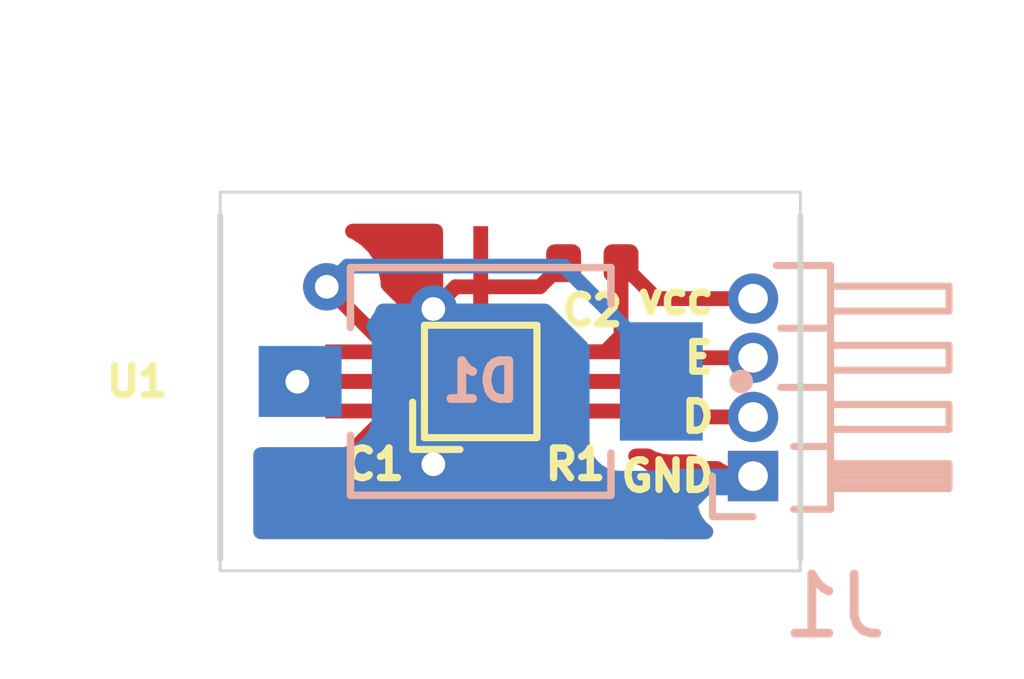
<source format=kicad_pcb>
(kicad_pcb (version 20171130) (host pcbnew "(5.1.0)-1")

  (general
    (thickness 1.6)
    (drawings 14)
    (tracks 40)
    (zones 0)
    (modules 6)
    (nets 9)
  )

  (page A4)
  (layers
    (0 F.Cu signal)
    (31 B.Cu signal)
    (32 B.Adhes user)
    (33 F.Adhes user)
    (34 B.Paste user)
    (35 F.Paste user)
    (36 B.SilkS user)
    (37 F.SilkS user)
    (38 B.Mask user)
    (39 F.Mask user)
    (40 Dwgs.User user)
    (41 Cmts.User user)
    (42 Eco1.User user)
    (43 Eco2.User user)
    (44 Edge.Cuts user)
    (45 Margin user)
    (46 B.CrtYd user)
    (47 F.CrtYd user)
    (48 B.Fab user)
    (49 F.Fab user)
  )

  (setup
    (last_trace_width 0.25)
    (user_trace_width 1)
    (trace_clearance 0.2)
    (zone_clearance 0.508)
    (zone_45_only no)
    (trace_min 0.2)
    (via_size 0.8)
    (via_drill 0.4)
    (via_min_size 0.4)
    (via_min_drill 0.3)
    (uvia_size 0.3)
    (uvia_drill 0.1)
    (uvias_allowed no)
    (uvia_min_size 0.2)
    (uvia_min_drill 0.1)
    (edge_width 0.05)
    (segment_width 0.2)
    (pcb_text_width 0.3)
    (pcb_text_size 1.5 1.5)
    (mod_edge_width 0.12)
    (mod_text_size 1 1)
    (mod_text_width 0.15)
    (pad_size 1.524 1.524)
    (pad_drill 0.762)
    (pad_to_mask_clearance 0.051)
    (solder_mask_min_width 0.25)
    (aux_axis_origin 0 0)
    (visible_elements 7FFFFFFF)
    (pcbplotparams
      (layerselection 0x010fc_ffffffff)
      (usegerberextensions false)
      (usegerberattributes false)
      (usegerberadvancedattributes false)
      (creategerberjobfile false)
      (excludeedgelayer true)
      (linewidth 0.100000)
      (plotframeref false)
      (viasonmask false)
      (mode 1)
      (useauxorigin false)
      (hpglpennumber 1)
      (hpglpenspeed 20)
      (hpglpendiameter 15.000000)
      (psnegative false)
      (psa4output false)
      (plotreference true)
      (plotvalue true)
      (plotinvisibletext false)
      (padsonsilk false)
      (subtractmaskfromsilk false)
      (outputformat 1)
      (mirror false)
      (drillshape 0)
      (scaleselection 1)
      (outputdirectory "GBRS/"))
  )

  (net 0 "")
  (net 1 GND)
  (net 2 "Net-(C1-Pad1)")
  (net 3 +3V3)
  (net 4 "Net-(D1-Pad2)")
  (net 5 "Net-(D1-Pad1)")
  (net 6 DAT)
  (net 7 ENV)
  (net 8 "Net-(R1-Pad1)")

  (net_class Default "This is the default net class."
    (clearance 0.2)
    (trace_width 0.25)
    (via_dia 0.8)
    (via_drill 0.4)
    (uvia_dia 0.3)
    (uvia_drill 0.1)
    (add_net +3V3)
    (add_net DAT)
    (add_net ENV)
    (add_net GND)
    (add_net "Net-(C1-Pad1)")
    (add_net "Net-(D1-Pad1)")
    (add_net "Net-(D1-Pad2)")
    (add_net "Net-(R1-Pad1)")
  )

  (module Connector_PinHeader_1.00mm:PinHeader_1x04_P1.00mm_Horizontal (layer B.Cu) (tedit 59FED737) (tstamp 5FCFAC72)
    (at 125.8 96.4)
    (descr "Through hole angled pin header, 1x04, 1.00mm pitch, 2.0mm pin length, single row")
    (tags "Through hole angled pin header THT 1x04 1.00mm single row")
    (path /5FCF6E99)
    (fp_text reference J1 (at 1.375 2.2) (layer B.SilkS)
      (effects (font (size 1 1) (thickness 0.15)) (justify mirror))
    )
    (fp_text value Conn_01x04_Female (at -5 -7.2) (layer B.Fab)
      (effects (font (size 1 1) (thickness 0.15)) (justify mirror))
    )
    (fp_text user %R (at 3.2 -5.6 -90) (layer B.Fab)
      (effects (font (size 0.6 0.6) (thickness 0.09)) (justify mirror))
    )
    (fp_line (start 3.75 1) (end -1 1) (layer B.CrtYd) (width 0.05))
    (fp_line (start 3.75 -4) (end 3.75 1) (layer B.CrtYd) (width 0.05))
    (fp_line (start -1 -4) (end 3.75 -4) (layer B.CrtYd) (width 0.05))
    (fp_line (start -1 1) (end -1 -4) (layer B.CrtYd) (width 0.05))
    (fp_line (start -0.685 0.685) (end 0 0.685) (layer B.SilkS) (width 0.12))
    (fp_line (start -0.685 0) (end -0.685 0.685) (layer B.SilkS) (width 0.12))
    (fp_line (start 3.31 -3.21) (end 1.31 -3.21) (layer B.SilkS) (width 0.12))
    (fp_line (start 3.31 -2.79) (end 3.31 -3.21) (layer B.SilkS) (width 0.12))
    (fp_line (start 1.31 -2.79) (end 3.31 -2.79) (layer B.SilkS) (width 0.12))
    (fp_line (start 0.468215 -2.5) (end 1.31 -2.5) (layer B.SilkS) (width 0.12))
    (fp_line (start 3.31 -2.21) (end 1.31 -2.21) (layer B.SilkS) (width 0.12))
    (fp_line (start 3.31 -1.79) (end 3.31 -2.21) (layer B.SilkS) (width 0.12))
    (fp_line (start 1.31 -1.79) (end 3.31 -1.79) (layer B.SilkS) (width 0.12))
    (fp_line (start 0.468215 -1.5) (end 1.31 -1.5) (layer B.SilkS) (width 0.12))
    (fp_line (start 3.31 -1.21) (end 1.31 -1.21) (layer B.SilkS) (width 0.12))
    (fp_line (start 3.31 -0.79) (end 3.31 -1.21) (layer B.SilkS) (width 0.12))
    (fp_line (start 1.31 -0.79) (end 3.31 -0.79) (layer B.SilkS) (width 0.12))
    (fp_line (start 0.685 -0.5) (end 1.31 -0.5) (layer B.SilkS) (width 0.12))
    (fp_line (start 1.31 -0.09) (end 3.31 -0.09) (layer B.SilkS) (width 0.12))
    (fp_line (start 1.31 0.03) (end 3.31 0.03) (layer B.SilkS) (width 0.12))
    (fp_line (start 1.31 0.15) (end 3.31 0.15) (layer B.SilkS) (width 0.12))
    (fp_line (start 3.31 -0.21) (end 1.31 -0.21) (layer B.SilkS) (width 0.12))
    (fp_line (start 3.31 0.21) (end 3.31 -0.21) (layer B.SilkS) (width 0.12))
    (fp_line (start 1.31 0.21) (end 3.31 0.21) (layer B.SilkS) (width 0.12))
    (fp_line (start 1.31 -3.56) (end 0.394493 -3.56) (layer B.SilkS) (width 0.12))
    (fp_line (start 1.31 0.56) (end 1.31 -3.56) (layer B.SilkS) (width 0.12))
    (fp_line (start 0.685 0.56) (end 1.31 0.56) (layer B.SilkS) (width 0.12))
    (fp_line (start 1.25 -3.15) (end 3.25 -3.15) (layer B.Fab) (width 0.1))
    (fp_line (start 3.25 -2.85) (end 3.25 -3.15) (layer B.Fab) (width 0.1))
    (fp_line (start 1.25 -2.85) (end 3.25 -2.85) (layer B.Fab) (width 0.1))
    (fp_line (start -0.15 -3.15) (end 0.25 -3.15) (layer B.Fab) (width 0.1))
    (fp_line (start -0.15 -2.85) (end -0.15 -3.15) (layer B.Fab) (width 0.1))
    (fp_line (start -0.15 -2.85) (end 0.25 -2.85) (layer B.Fab) (width 0.1))
    (fp_line (start 1.25 -2.15) (end 3.25 -2.15) (layer B.Fab) (width 0.1))
    (fp_line (start 3.25 -1.85) (end 3.25 -2.15) (layer B.Fab) (width 0.1))
    (fp_line (start 1.25 -1.85) (end 3.25 -1.85) (layer B.Fab) (width 0.1))
    (fp_line (start -0.15 -2.15) (end 0.25 -2.15) (layer B.Fab) (width 0.1))
    (fp_line (start -0.15 -1.85) (end -0.15 -2.15) (layer B.Fab) (width 0.1))
    (fp_line (start -0.15 -1.85) (end 0.25 -1.85) (layer B.Fab) (width 0.1))
    (fp_line (start 1.25 -1.15) (end 3.25 -1.15) (layer B.Fab) (width 0.1))
    (fp_line (start 3.25 -0.85) (end 3.25 -1.15) (layer B.Fab) (width 0.1))
    (fp_line (start 1.25 -0.85) (end 3.25 -0.85) (layer B.Fab) (width 0.1))
    (fp_line (start -0.15 -1.15) (end 0.25 -1.15) (layer B.Fab) (width 0.1))
    (fp_line (start -0.15 -0.85) (end -0.15 -1.15) (layer B.Fab) (width 0.1))
    (fp_line (start -0.15 -0.85) (end 0.25 -0.85) (layer B.Fab) (width 0.1))
    (fp_line (start 1.25 -0.15) (end 3.25 -0.15) (layer B.Fab) (width 0.1))
    (fp_line (start 3.25 0.15) (end 3.25 -0.15) (layer B.Fab) (width 0.1))
    (fp_line (start 1.25 0.15) (end 3.25 0.15) (layer B.Fab) (width 0.1))
    (fp_line (start -0.15 -0.15) (end 0.25 -0.15) (layer B.Fab) (width 0.1))
    (fp_line (start -0.15 0.15) (end -0.15 -0.15) (layer B.Fab) (width 0.1))
    (fp_line (start -0.15 0.15) (end 0.25 0.15) (layer B.Fab) (width 0.1))
    (fp_line (start 0.25 0.25) (end 0.5 0.5) (layer B.Fab) (width 0.1))
    (fp_line (start 0.25 -3.5) (end 0.25 0.25) (layer B.Fab) (width 0.1))
    (fp_line (start 1.25 -3.5) (end 0.25 -3.5) (layer B.Fab) (width 0.1))
    (fp_line (start 1.25 0.5) (end 1.25 -3.5) (layer B.Fab) (width 0.1))
    (fp_line (start 0.5 0.5) (end 1.25 0.5) (layer B.Fab) (width 0.1))
    (pad 4 thru_hole oval (at 0 -3) (size 0.85 0.85) (drill 0.5) (layers *.Cu *.Mask)
      (net 3 +3V3))
    (pad 3 thru_hole oval (at 0 -2) (size 0.85 0.85) (drill 0.5) (layers *.Cu *.Mask)
      (net 7 ENV))
    (pad 2 thru_hole oval (at 0 -1) (size 0.85 0.85) (drill 0.5) (layers *.Cu *.Mask)
      (net 6 DAT))
    (pad 1 thru_hole rect (at 0 0) (size 0.85 0.85) (drill 0.5) (layers *.Cu *.Mask)
      (net 1 GND))
    (model ${KISYS3DMOD}/Connector_PinHeader_1.00mm.3dshapes/PinHeader_1x04_P1.00mm_Horizontal.wrl
      (at (xyz 0 0 0))
      (scale (xyz 1 1 1))
      (rotate (xyz 0 0 0))
    )
  )

  (module chiclet:DIO_BP_104_S-Z (layer B.Cu) (tedit 5FCEFF7C) (tstamp 5FCFAB7F)
    (at 121.2 94.8)
    (path /5FCEF7BC)
    (fp_text reference D1 (at 0 0) (layer B.SilkS)
      (effects (font (size 0.64 0.64) (thickness 0.15)) (justify mirror))
    )
    (fp_text value "BP 104" (at 1.5896 -2.6936) (layer B.Fab)
      (effects (font (size 0.64 0.64) (thickness 0.015)) (justify mirror))
    )
    (fp_poly (pts (xy -3.8 0.65) (xy -2.3 0.65) (xy -2.3 -0.65) (xy -3.8 -0.65)) (layer B.Mask) (width 0.01))
    (fp_poly (pts (xy 2.3 1.05) (xy 3.8 1.05) (xy 3.8 -1.05) (xy 2.3 -1.05)) (layer B.Mask) (width 0.01))
    (fp_poly (pts (xy 2.4 0.95) (xy 3.7 0.95) (xy 3.7 -0.95) (xy 2.4 -0.95)) (layer B.Paste) (width 0.01))
    (fp_poly (pts (xy -3.7 0.55) (xy -2.4 0.55) (xy -2.4 -0.55) (xy -3.7 -0.55)) (layer B.Paste) (width 0.01))
    (fp_line (start -2.2 -1.925) (end -2.2 1.925) (layer B.Fab) (width 0.127))
    (fp_line (start -2.2 1.925) (end 2.2 1.925) (layer B.Fab) (width 0.127))
    (fp_line (start 2.2 1.925) (end 2.2 -1.925) (layer B.Fab) (width 0.127))
    (fp_line (start 2.2 -1.925) (end -2.2 -1.925) (layer B.Fab) (width 0.127))
    (fp_line (start -2.2 0.91) (end -2.2 1.925) (layer B.SilkS) (width 0.127))
    (fp_line (start -2.2 1.925) (end 2.2 1.925) (layer B.SilkS) (width 0.127))
    (fp_line (start 2.2 1.925) (end 2.2 1.21) (layer B.SilkS) (width 0.127))
    (fp_line (start -2.2 -0.91) (end -2.2 -1.925) (layer B.SilkS) (width 0.127))
    (fp_line (start -2.2 -1.925) (end 2.2 -1.925) (layer B.SilkS) (width 0.127))
    (fp_line (start 2.2 -1.925) (end 2.2 -1.31) (layer B.SilkS) (width 0.127))
    (fp_line (start -4.05 -2.175) (end -4.05 2.175) (layer B.CrtYd) (width 0.05))
    (fp_line (start -4.05 2.175) (end 4.05 2.175) (layer B.CrtYd) (width 0.05))
    (fp_line (start 4.05 2.175) (end 4.05 -2.175) (layer B.CrtYd) (width 0.05))
    (fp_line (start 4.05 -2.175) (end -4.05 -2.175) (layer B.CrtYd) (width 0.05))
    (fp_circle (center 4.4 0) (end 4.5 0) (layer B.SilkS) (width 0.2))
    (fp_circle (center 4.4 0) (end 4.5 0) (layer B.Fab) (width 0.2))
    (pad 2 smd rect (at -3.05 0) (size 1.4 1.2) (layers B.Cu)
      (net 4 "Net-(D1-Pad2)"))
    (pad 1 smd rect (at 3.05 0) (size 1.4 2) (layers B.Cu)
      (net 5 "Net-(D1-Pad1)"))
  )

  (module chiclet:TS4231 (layer F.Cu) (tedit 5FCEFEC8) (tstamp 5FCFA777)
    (at 121.2 94.8 90)
    (descr "BGA-9, http://www.ti.com/lit/ds/symlink/bq27421-g1.pdf")
    (tags BGA-9)
    (path /5FCF0853)
    (attr smd)
    (fp_text reference U1 (at 0 -5.8 180) (layer F.SilkS)
      (effects (font (size 0.5 0.5) (thickness 0.125)))
    )
    (fp_text value TS4231 (at 0 1.95 90) (layer F.Fab)
      (effects (font (size 1 1) (thickness 0.15)))
    )
    (fp_line (start 1.8 1.8) (end -1.8 1.8) (layer F.CrtYd) (width 0.05))
    (fp_line (start 1.8 1.8) (end 1.8 -1.8) (layer F.CrtYd) (width 0.05))
    (fp_line (start -1.8 -1.8) (end -1.8 1.8) (layer F.CrtYd) (width 0.05))
    (fp_line (start -1.8 -1.8) (end 1.8 -1.8) (layer F.CrtYd) (width 0.05))
    (fp_line (start -0.25 -0.8) (end 0.8 -0.8) (layer F.Fab) (width 0.1))
    (fp_line (start -0.8 -0.25) (end -0.25 -0.8) (layer F.Fab) (width 0.1))
    (fp_line (start -0.8 0.8) (end -0.8 -0.25) (layer F.Fab) (width 0.1))
    (fp_line (start 0.8 0.8) (end -0.8 0.8) (layer F.Fab) (width 0.1))
    (fp_line (start 0.8 -0.8) (end 0.8 0.8) (layer F.Fab) (width 0.1))
    (fp_line (start -1.15 -1.15) (end -0.35 -1.15) (layer F.SilkS) (width 0.12))
    (fp_line (start -1.15 -1.15) (end -1.15 -0.35) (layer F.SilkS) (width 0.12))
    (fp_line (start 0.95 -0.95) (end -0.95 -0.95) (layer F.SilkS) (width 0.12))
    (fp_line (start 0.95 0.95) (end 0.95 -0.95) (layer F.SilkS) (width 0.12))
    (fp_line (start -0.95 0.95) (end 0.95 0.95) (layer F.SilkS) (width 0.12))
    (fp_line (start -0.95 -0.95) (end -0.95 0.95) (layer F.SilkS) (width 0.12))
    (fp_text user %R (at 0 0 90) (layer F.Fab)
      (effects (font (size 0.4 0.4) (thickness 0.1)))
    )
    (pad A1 smd rect (at -0.5 -1.5 90) (size 0.25 2.25) (layers F.Cu F.Paste F.Mask)
      (net 2 "Net-(C1-Pad1)"))
    (pad B1 smd rect (at -1.5 0 90) (size 2.25 0.25) (layers F.Cu F.Paste F.Mask)
      (net 8 "Net-(R1-Pad1)"))
    (pad C1 smd rect (at -0.5 1.5 90) (size 0.25 2.25) (layers F.Cu F.Paste F.Mask)
      (net 6 DAT))
    (pad A2 smd rect (at 0 -1.5 90) (size 0.25 2.25) (layers F.Cu F.Paste F.Mask)
      (net 4 "Net-(D1-Pad2)"))
    (pad B2 smd rect (at 1.25 0 90) (size 2.75 0.25) (layers F.Cu F.Paste F.Mask)
      (net 1 GND))
    (pad C2 smd rect (at 0 1.5 90) (size 0.25 2.25) (layers F.Cu F.Paste F.Mask)
      (net 7 ENV))
    (pad A3 smd rect (at 0.5 -1.5 90) (size 0.25 2.25) (layers F.Cu F.Paste F.Mask)
      (net 5 "Net-(D1-Pad1)"))
    (pad C3 smd rect (at 0.5 1.5 90) (size 0.25 2.25) (layers F.Cu F.Paste F.Mask)
      (net 3 +3V3))
    (model ${KISYS3DMOD}/Package_BGA.3dshapes/BGA-9_1.6x1.6mm_Layout3x3_P0.5mm.wrl
      (at (xyz 0 0 0))
      (scale (xyz 1 1 1))
      (rotate (xyz 0 0 0))
    )
  )

  (module Resistor_SMD:R_0402_1005Metric (layer F.Cu) (tedit 5B301BBD) (tstamp 5FCFBE31)
    (at 122.884998 97)
    (descr "Resistor SMD 0402 (1005 Metric), square (rectangular) end terminal, IPC_7351 nominal, (Body size source: http://www.tortai-tech.com/upload/download/2011102023233369053.pdf), generated with kicad-footprint-generator")
    (tags resistor)
    (path /5FCF1F68)
    (attr smd)
    (fp_text reference R1 (at -0.084998 -0.8) (layer F.SilkS)
      (effects (font (size 0.5 0.5) (thickness 0.125)))
    )
    (fp_text value 15K (at 5.915002 1.8) (layer F.Fab)
      (effects (font (size 1 1) (thickness 0.15)))
    )
    (fp_text user %R (at -1.284998 0) (layer F.Fab)
      (effects (font (size 0.25 0.25) (thickness 0.04)))
    )
    (fp_line (start 0.93 0.47) (end -0.93 0.47) (layer F.CrtYd) (width 0.05))
    (fp_line (start 0.93 -0.47) (end 0.93 0.47) (layer F.CrtYd) (width 0.05))
    (fp_line (start -0.93 -0.47) (end 0.93 -0.47) (layer F.CrtYd) (width 0.05))
    (fp_line (start -0.93 0.47) (end -0.93 -0.47) (layer F.CrtYd) (width 0.05))
    (fp_line (start 0.5 0.25) (end -0.5 0.25) (layer F.Fab) (width 0.1))
    (fp_line (start 0.5 -0.25) (end 0.5 0.25) (layer F.Fab) (width 0.1))
    (fp_line (start -0.5 -0.25) (end 0.5 -0.25) (layer F.Fab) (width 0.1))
    (fp_line (start -0.5 0.25) (end -0.5 -0.25) (layer F.Fab) (width 0.1))
    (pad 2 smd roundrect (at 0.485 0) (size 0.59 0.64) (layers F.Cu F.Paste F.Mask) (roundrect_rratio 0.25)
      (net 1 GND))
    (pad 1 smd roundrect (at -0.485 0) (size 0.59 0.64) (layers F.Cu F.Paste F.Mask) (roundrect_rratio 0.25)
      (net 8 "Net-(R1-Pad1)"))
    (model ${KISYS3DMOD}/Resistor_SMD.3dshapes/R_0402_1005Metric.wrl
      (at (xyz 0 0 0))
      (scale (xyz 1 1 1))
      (rotate (xyz 0 0 0))
    )
  )

  (module Capacitor_SMD:C_0402_1005Metric (layer F.Cu) (tedit 5B301BBE) (tstamp 5FCF9D72)
    (at 123.084998 92.8 180)
    (descr "Capacitor SMD 0402 (1005 Metric), square (rectangular) end terminal, IPC_7351 nominal, (Body size source: http://www.tortai-tech.com/upload/download/2011102023233369053.pdf), generated with kicad-footprint-generator")
    (tags capacitor)
    (path /5FCF5171)
    (attr smd)
    (fp_text reference C2 (at 0 -0.8 180) (layer F.SilkS)
      (effects (font (size 0.5 0.5) (thickness 0.125)))
    )
    (fp_text value 0.1uf (at -1.515002 2.6 180) (layer F.Fab)
      (effects (font (size 1 1) (thickness 0.15)))
    )
    (fp_text user %R (at -1.315002 0 180) (layer F.Fab)
      (effects (font (size 0.25 0.25) (thickness 0.04)))
    )
    (fp_line (start 0.93 0.47) (end -0.93 0.47) (layer F.CrtYd) (width 0.05))
    (fp_line (start 0.93 -0.47) (end 0.93 0.47) (layer F.CrtYd) (width 0.05))
    (fp_line (start -0.93 -0.47) (end 0.93 -0.47) (layer F.CrtYd) (width 0.05))
    (fp_line (start -0.93 0.47) (end -0.93 -0.47) (layer F.CrtYd) (width 0.05))
    (fp_line (start 0.5 0.25) (end -0.5 0.25) (layer F.Fab) (width 0.1))
    (fp_line (start 0.5 -0.25) (end 0.5 0.25) (layer F.Fab) (width 0.1))
    (fp_line (start -0.5 -0.25) (end 0.5 -0.25) (layer F.Fab) (width 0.1))
    (fp_line (start -0.5 0.25) (end -0.5 -0.25) (layer F.Fab) (width 0.1))
    (pad 2 smd roundrect (at 0.485 0 180) (size 0.59 0.64) (layers F.Cu F.Paste F.Mask) (roundrect_rratio 0.25)
      (net 1 GND))
    (pad 1 smd roundrect (at -0.485 0 180) (size 0.59 0.64) (layers F.Cu F.Paste F.Mask) (roundrect_rratio 0.25)
      (net 3 +3V3))
    (model ${KISYS3DMOD}/Capacitor_SMD.3dshapes/C_0402_1005Metric.wrl
      (at (xyz 0 0 0))
      (scale (xyz 1 1 1))
      (rotate (xyz 0 0 0))
    )
  )

  (module Capacitor_SMD:C_0402_1005Metric (layer F.Cu) (tedit 5B301BBE) (tstamp 5FCFBB68)
    (at 119.315 97)
    (descr "Capacitor SMD 0402 (1005 Metric), square (rectangular) end terminal, IPC_7351 nominal, (Body size source: http://www.tortai-tech.com/upload/download/2011102023233369053.pdf), generated with kicad-footprint-generator")
    (tags capacitor)
    (path /5FCF3B90)
    (attr smd)
    (fp_text reference C1 (at 0.085 -0.8) (layer F.SilkS)
      (effects (font (size 0.5 0.5) (thickness 0.125)))
    )
    (fp_text value 1uf (at -3.515 2) (layer F.Fab)
      (effects (font (size 1 1) (thickness 0.15)))
    )
    (fp_text user %R (at -1.315 0) (layer F.Fab)
      (effects (font (size 0.25 0.25) (thickness 0.04)))
    )
    (fp_line (start 0.93 0.47) (end -0.93 0.47) (layer F.CrtYd) (width 0.05))
    (fp_line (start 0.93 -0.47) (end 0.93 0.47) (layer F.CrtYd) (width 0.05))
    (fp_line (start -0.93 -0.47) (end 0.93 -0.47) (layer F.CrtYd) (width 0.05))
    (fp_line (start -0.93 0.47) (end -0.93 -0.47) (layer F.CrtYd) (width 0.05))
    (fp_line (start 0.5 0.25) (end -0.5 0.25) (layer F.Fab) (width 0.1))
    (fp_line (start 0.5 -0.25) (end 0.5 0.25) (layer F.Fab) (width 0.1))
    (fp_line (start -0.5 -0.25) (end 0.5 -0.25) (layer F.Fab) (width 0.1))
    (fp_line (start -0.5 0.25) (end -0.5 -0.25) (layer F.Fab) (width 0.1))
    (pad 2 smd roundrect (at 0.485 0) (size 0.59 0.64) (layers F.Cu F.Paste F.Mask) (roundrect_rratio 0.25)
      (net 1 GND))
    (pad 1 smd roundrect (at -0.485 0) (size 0.59 0.64) (layers F.Cu F.Paste F.Mask) (roundrect_rratio 0.25)
      (net 2 "Net-(C1-Pad1)"))
    (model ${KISYS3DMOD}/Capacitor_SMD.3dshapes/C_0402_1005Metric.wrl
      (at (xyz 0 0 0))
      (scale (xyz 1 1 1))
      (rotate (xyz 0 0 0))
    )
  )

  (gr_line (start 126.6 91.6) (end 126.6 91.8) (layer Edge.Cuts) (width 0.05) (tstamp 5FCFBFA1))
  (gr_line (start 116.8 91.6) (end 126.6 91.6) (layer Edge.Cuts) (width 0.05))
  (gr_line (start 116.8 91.8) (end 116.8 91.6) (layer Edge.Cuts) (width 0.05))
  (gr_line (start 126.6 98) (end 126.6 97.8) (layer Edge.Cuts) (width 0.05) (tstamp 5FCFBF55))
  (gr_line (start 116.8 98) (end 126.6 98) (layer Edge.Cuts) (width 0.05))
  (gr_line (start 116.8 97.8) (end 116.8 98) (layer Edge.Cuts) (width 0.05))
  (gr_line (start 116.8 91.8) (end 116.8 92) (layer Edge.Cuts) (width 0.05) (tstamp 5FCFBF36))
  (gr_line (start 126.6 92) (end 126.6 91.8) (layer Edge.Cuts) (width 0.05))
  (gr_text GND (at 125.2 96.4) (layer F.SilkS)
    (effects (font (size 0.5 0.5) (thickness 0.125)) (justify right))
  )
  (gr_text D (at 125.2 95.4) (layer F.SilkS)
    (effects (font (size 0.5 0.5) (thickness 0.125)) (justify right))
  )
  (gr_text E (at 125.2 94.4) (layer F.SilkS)
    (effects (font (size 0.5 0.5) (thickness 0.125)) (justify right))
  )
  (gr_text vcc (at 125.2 93.4) (layer F.SilkS)
    (effects (font (size 0.5 0.5) (thickness 0.125)) (justify right))
  )
  (gr_line (start 126.6 97.8) (end 126.6 92) (layer Edge.Cuts) (width 0.1))
  (gr_line (start 116.8 92) (end 116.8 97.8) (layer Edge.Cuts) (width 0.1))

  (segment (start 121.2 93.2) (end 121.2 93.55) (width 0.25) (layer F.Cu) (net 1))
  (segment (start 122.199998 93.2) (end 122.599998 92.8) (width 0.25) (layer F.Cu) (net 1))
  (via (at 120.4 96.2) (size 0.8) (drill 0.4) (layers F.Cu B.Cu) (net 1))
  (segment (start 119.8 97) (end 119.8 96.8) (width 0.25) (layer F.Cu) (net 1))
  (segment (start 119.8 96.8) (end 120.4 96.2) (width 0.25) (layer F.Cu) (net 1))
  (via (at 120.4 93.574998) (size 0.8) (drill 0.4) (layers F.Cu B.Cu) (net 1))
  (segment (start 122.199998 93.2) (end 120.774998 93.2) (width 0.25) (layer F.Cu) (net 1))
  (segment (start 120.774998 93.2) (end 120.4 93.574998) (width 0.25) (layer F.Cu) (net 1))
  (segment (start 120.4 94.140683) (end 120.4 96.2) (width 0.25) (layer B.Cu) (net 1))
  (segment (start 120.4 93.574998) (end 120.4 94.140683) (width 0.25) (layer B.Cu) (net 1))
  (segment (start 124.2 96.4) (end 125.8 96.4) (width 0.25) (layer B.Cu) (net 1))
  (segment (start 124 96.6) (end 124.2 96.4) (width 0.25) (layer B.Cu) (net 1))
  (segment (start 125.8 96.4) (end 125.6 96.4) (width 0.25) (layer B.Cu) (net 1))
  (segment (start 125.6 96.4) (end 125.4 96.6) (width 0.25) (layer B.Cu) (net 1))
  (segment (start 125.4 96.6) (end 125 96.6) (width 0.25) (layer B.Cu) (net 1))
  (segment (start 125 96.6) (end 124.8 96.8) (width 0.25) (layer B.Cu) (net 1))
  (segment (start 118.83 96.17) (end 119.7 95.3) (width 0.25) (layer F.Cu) (net 2))
  (segment (start 118.83 97) (end 118.83 96.17) (width 0.25) (layer F.Cu) (net 2))
  (segment (start 122.7 94.3) (end 123.3 94.3) (width 0.25) (layer F.Cu) (net 3))
  (segment (start 123.569998 94.030002) (end 123.569998 92.8) (width 0.25) (layer F.Cu) (net 3))
  (segment (start 123.3 94.3) (end 123.569998 94.030002) (width 0.25) (layer F.Cu) (net 3))
  (segment (start 124.169998 93.4) (end 123.569998 92.8) (width 0.25) (layer F.Cu) (net 3))
  (segment (start 125.8 93.4) (end 124.169998 93.4) (width 0.25) (layer F.Cu) (net 3))
  (via (at 118.102968 94.804611) (size 0.8) (drill 0.4) (layers F.Cu B.Cu) (net 4))
  (segment (start 119.7 94.8) (end 118.107579 94.8) (width 0.25) (layer F.Cu) (net 4))
  (segment (start 118.107579 94.8) (end 118.102968 94.804611) (width 0.25) (layer F.Cu) (net 4))
  (via (at 118.6 93.2) (size 0.8) (drill 0.4) (layers F.Cu B.Cu) (net 5))
  (segment (start 118.950003 92.849997) (end 118.6 93.2) (width 0.25) (layer B.Cu) (net 5))
  (segment (start 122.599997 92.849997) (end 118.950003 92.849997) (width 0.25) (layer B.Cu) (net 5))
  (segment (start 124.25 94.8) (end 124.25 94.5) (width 0.25) (layer B.Cu) (net 5))
  (segment (start 124.25 94.5) (end 122.599997 92.849997) (width 0.25) (layer B.Cu) (net 5))
  (segment (start 118.6 93.2) (end 119.7 94.3) (width 0.25) (layer F.Cu) (net 5))
  (segment (start 124.3 95.3) (end 124.4 95.4) (width 0.25) (layer F.Cu) (net 6))
  (segment (start 122.7 95.3) (end 124.3 95.3) (width 0.25) (layer F.Cu) (net 6))
  (segment (start 124.4 95.4) (end 125.8 95.4) (width 0.25) (layer F.Cu) (net 6))
  (segment (start 124.4 94.8) (end 124.8 94.4) (width 0.25) (layer F.Cu) (net 7))
  (segment (start 122.7 94.8) (end 124.4 94.8) (width 0.25) (layer F.Cu) (net 7))
  (segment (start 124.8 94.4) (end 125.8 94.4) (width 0.25) (layer F.Cu) (net 7))
  (segment (start 121.9 97) (end 121.2 96.3) (width 0.25) (layer F.Cu) (net 8))
  (segment (start 122.399998 97) (end 121.9 97) (width 0.25) (layer F.Cu) (net 8))

  (zone (net 1) (net_name GND) (layer F.Cu) (tstamp 5FCFBEFB) (hatch edge 0.508)
    (connect_pads (clearance 0.508))
    (min_thickness 0.254)
    (fill yes (arc_segments 32) (thermal_gap 0.508) (thermal_bridge_width 0.508))
    (polygon
      (pts
        (xy 126.6 92) (xy 116.8 92) (xy 116.8 97.8) (xy 126.6 97.8)
      )
    )
    (filled_polygon
      (pts
        (xy 124.107753 96.105546) (xy 124.251014 96.149003) (xy 124.362667 96.16) (xy 124.362677 96.16) (xy 124.399999 96.163676)
        (xy 124.437322 96.16) (xy 124.78575 96.16) (xy 124.89875 96.273) (xy 125.192867 96.273) (xy 125.208247 96.285622)
        (xy 125.392393 96.38405) (xy 125.592204 96.444662) (xy 125.747934 96.46) (xy 125.852066 96.46) (xy 125.915 96.453802)
        (xy 125.915 96.547) (xy 125.673 96.547) (xy 125.673 96.527) (xy 124.89875 96.527) (xy 124.74 96.68575)
        (xy 124.736928 96.825) (xy 124.749188 96.949482) (xy 124.785498 97.06918) (xy 124.844463 97.179494) (xy 124.923815 97.276185)
        (xy 125.001574 97.34) (xy 124.3011 97.34) (xy 124.30307 97.32) (xy 124.299998 97.28575) (xy 124.141248 97.127)
        (xy 123.496998 97.127) (xy 123.496998 97.147) (xy 123.33307 97.147) (xy 123.33307 96.853) (xy 123.496998 96.853)
        (xy 123.496998 96.873) (xy 124.141248 96.873) (xy 124.299998 96.71425) (xy 124.30307 96.68) (xy 124.29081 96.555518)
        (xy 124.2545 96.43582) (xy 124.195535 96.325506) (xy 124.116183 96.228815) (xy 124.019492 96.149463) (xy 123.909178 96.090498)
        (xy 123.818767 96.063072) (xy 123.825 96.063072) (xy 123.856192 96.06) (xy 124.022544 96.06)
      )
    )
    (filled_polygon
      (pts
        (xy 119.927 96.873) (xy 119.947 96.873) (xy 119.947 97.127) (xy 119.927 97.127) (xy 119.927 97.147)
        (xy 119.763072 97.147) (xy 119.763072 96.853) (xy 119.927 96.853)
      )
    )
    (filled_polygon
      (pts
        (xy 120.436928 96.142746) (xy 120.33918 96.090498) (xy 120.248769 96.063072) (xy 120.436928 96.063072)
      )
    )
    (filled_polygon
      (pts
        (xy 120.44 93.26425) (xy 120.598748 93.422998) (xy 120.44 93.422998) (xy 120.44 93.536928) (xy 120.01173 93.536928)
        (xy 119.635 93.160199) (xy 119.635 93.098061) (xy 119.595226 92.898102) (xy 119.517205 92.709744) (xy 119.403937 92.540226)
        (xy 119.259774 92.396063) (xy 119.090256 92.282795) (xy 119.035224 92.26) (xy 120.437181 92.26)
      )
    )
    (filled_polygon
      (pts
        (xy 122.636926 92.947) (xy 122.472998 92.947) (xy 122.472998 92.927) (xy 122.452998 92.927) (xy 122.452998 92.673)
        (xy 122.472998 92.673) (xy 122.472998 92.653) (xy 122.636926 92.653)
      )
    )
  )
  (zone (net 1) (net_name GND) (layer B.Cu) (tstamp 5FCFBEF8) (hatch edge 0.508)
    (connect_pads (clearance 0.508))
    (min_thickness 0.254)
    (fill yes (arc_segments 32) (thermal_gap 0.508) (thermal_bridge_width 0.508))
    (polygon
      (pts
        (xy 126.6 97.8) (xy 126.6 92) (xy 116.8 92) (xy 116.8 97.8)
      )
    )
    (filled_polygon
      (pts
        (xy 122.911928 94.23673) (xy 122.911928 95.8) (xy 122.924188 95.924482) (xy 122.960498 96.04418) (xy 123.019463 96.154494)
        (xy 123.098815 96.251185) (xy 123.195506 96.330537) (xy 123.30582 96.389502) (xy 123.425518 96.425812) (xy 123.55 96.438072)
        (xy 124.74 96.438072) (xy 124.74 96.527002) (xy 124.898748 96.527002) (xy 124.74 96.68575) (xy 124.736928 96.825)
        (xy 124.749188 96.949482) (xy 124.785498 97.06918) (xy 124.844463 97.179494) (xy 124.923815 97.276185) (xy 125.001574 97.34)
        (xy 117.485 97.34) (xy 117.485 96.038072) (xy 118.85 96.038072) (xy 118.974482 96.025812) (xy 119.09418 95.989502)
        (xy 119.204494 95.930537) (xy 119.301185 95.851185) (xy 119.380537 95.754494) (xy 119.439502 95.64418) (xy 119.475812 95.524482)
        (xy 119.488072 95.4) (xy 119.488072 94.2) (xy 119.475812 94.075518) (xy 119.439502 93.95582) (xy 119.393658 93.870053)
        (xy 119.403937 93.859774) (xy 119.517205 93.690256) (xy 119.55045 93.609997) (xy 122.285196 93.609997)
      )
    )
    (filled_polygon
      (pts
        (xy 125.747934 96.46) (xy 125.852066 96.46) (xy 125.915 96.453802) (xy 125.915 96.547) (xy 125.673 96.547)
        (xy 125.673 96.527) (xy 125.653 96.527) (xy 125.653 96.45065)
      )
    )
  )
  (zone (net 0) (net_name "") (layer F.Cu) (tstamp 0) (hatch edge 0.508)
    (connect_pads (clearance 0.508))
    (min_thickness 0.254)
    (keepout (tracks allowed) (vias allowed) (copperpour not_allowed))
    (fill (arc_segments 32) (thermal_gap 0.508) (thermal_bridge_width 0.508))
    (polygon
      (pts
        (xy 120.8 93.2) (xy 121.6 93.2) (xy 121.6 93.8) (xy 120.8 93.8)
      )
    )
  )
)

</source>
